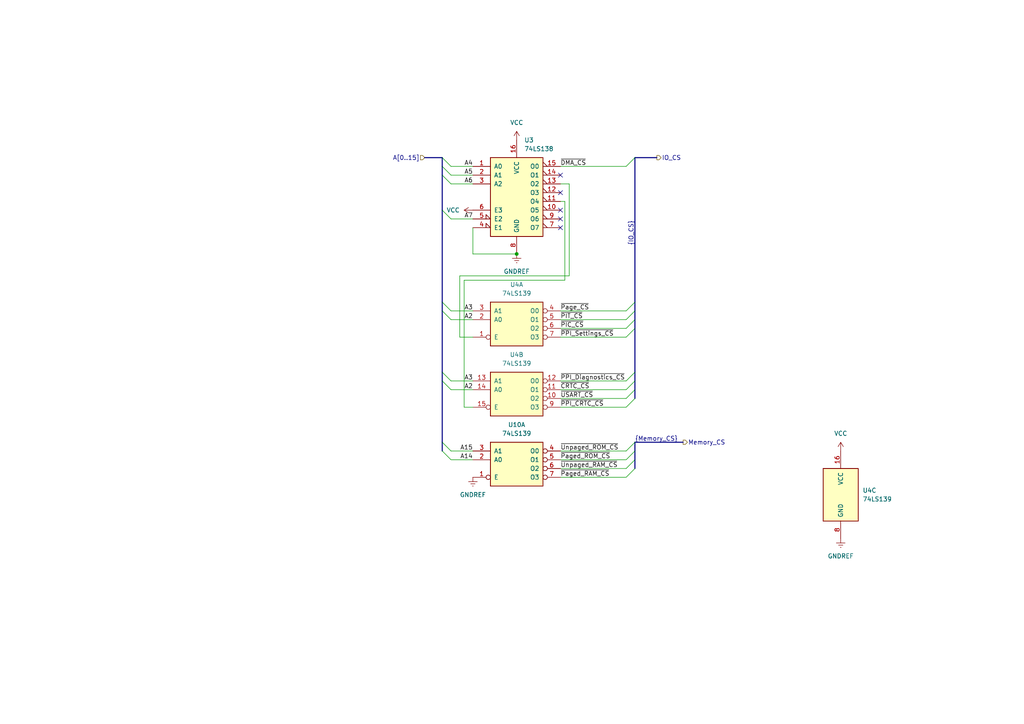
<source format=kicad_sch>
(kicad_sch (version 20231120) (generator "eeschema") (generator_version "8.0")
  (paper "A4")
  (lib_symbols
    (symbol "74xx:74LS138" (pin_names (offset 1.016))
      (property "Reference" "U" (at -7.62 11.43 0))
      (property "Value" "74LS138" (at -7.62 -13.97 0))
      (symbol "74LS138_1_0"
        (pin input line (at -12.7 7.62 0) (length 5.08) (name "A0") (number "1"))
        (pin output output_low (at 12.7 -5.08 180) (length 5.08) (name "O5") (number "10"))
        (pin output output_low (at 12.7 -2.54 180) (length 5.08) (name "O4") (number "11"))
        (pin output output_low (at 12.7 0 180) (length 5.08) (name "O3") (number "12"))
        (pin output output_low (at 12.7 2.54 180) (length 5.08) (name "O2") (number "13"))
        (pin output output_low (at 12.7 5.08 180) (length 5.08) (name "O1") (number "14"))
        (pin output output_low (at 12.7 7.62 180) (length 5.08) (name "O0") (number "15"))
        (pin power_in line (at 0 15.24 270) (length 5.08) (name "VCC") (number "16"))
        (pin input line (at -12.7 5.08 0) (length 5.08) (name "A1") (number "2"))
        (pin input line (at -12.7 2.54 0) (length 5.08) (name "A2") (number "3"))
        (pin input input_low (at -12.7 -10.16 0) (length 5.08) (name "E1") (number "4"))
        (pin input input_low (at -12.7 -7.62 0) (length 5.08) (name "E2") (number "5"))
        (pin input line (at -12.7 -5.08 0) (length 5.08) (name "E3") (number "6"))
        (pin output output_low (at 12.7 -10.16 180) (length 5.08) (name "O7") (number "7"))
        (pin power_in line (at 0 -17.78 90) (length 5.08) (name "GND") (number "8"))
        (pin output output_low (at 12.7 -7.62 180) (length 5.08) (name "O6") (number "9"))
      )
      (symbol "74LS138_1_1"
        (rectangle (start -7.62 10.16) (end 7.62 -12.7) (stroke (width 0.254)) (fill (type background)))
      )
    )
    (symbol "74xx:74LS139" (pin_names (offset 1.016))
      (property "Reference" "U" (at -7.62 8.89 0))
      (property "Value" "74LS139" (at -7.62 -8.89 0))
      (symbol "74LS139_1_0"
        (pin input inverted (at -12.7 -5.08 0) (length 5.08) (name "E") (number "1"))
        (pin input line (at -12.7 0 0) (length 5.08) (name "A0") (number "2"))
        (pin input line (at -12.7 2.54 0) (length 5.08) (name "A1") (number "3"))
        (pin output inverted (at 12.7 2.54 180) (length 5.08) (name "O0") (number "4"))
        (pin output inverted (at 12.7 0 180) (length 5.08) (name "O1") (number "5"))
        (pin output inverted (at 12.7 -2.54 180) (length 5.08) (name "O2") (number "6"))
        (pin output inverted (at 12.7 -5.08 180) (length 5.08) (name "O3") (number "7"))
      )
      (symbol "74LS139_1_1"
        (rectangle (start -7.62 5.08) (end 7.62 -7.62) (stroke (width 0.254)) (fill (type background)))
      )
      (symbol "74LS139_2_0"
        (pin output inverted (at 12.7 -2.54 180) (length 5.08) (name "O2") (number "10"))
        (pin output inverted (at 12.7 0 180) (length 5.08) (name "O1") (number "11"))
        (pin output inverted (at 12.7 2.54 180) (length 5.08) (name "O0") (number "12"))
        (pin input line (at -12.7 2.54 0) (length 5.08) (name "A1") (number "13"))
        (pin input line (at -12.7 0 0) (length 5.08) (name "A0") (number "14"))
        (pin input inverted (at -12.7 -5.08 0) (length 5.08) (name "E") (number "15"))
        (pin output inverted (at 12.7 -5.08 180) (length 5.08) (name "O3") (number "9"))
      )
      (symbol "74LS139_2_1"
        (rectangle (start -7.62 5.08) (end 7.62 -7.62) (stroke (width 0.254)) (fill (type background)))
      )
      (symbol "74LS139_3_0"
        (pin power_in line (at 0 12.7 270) (length 5.08) (name "VCC") (number "16"))
        (pin power_in line (at 0 -12.7 90) (length 5.08) (name "GND") (number "8"))
      )
      (symbol "74LS139_3_1"
        (rectangle (start -5.08 7.62) (end 5.08 -7.62) (stroke (width 0.254)) (fill (type background)))
      )
    )
    (symbol "power:GNDREF" (power) (pin_numbers hide) (pin_names (offset 0) hide)
      (property "Value" "GNDREF" (at 0 -3.81 0))
      (symbol "GNDREF_0_1"
        (polyline (pts (xy -0.635 -1.905) (xy 0.635 -1.905)))
        (polyline (pts (xy -0.127 -2.54) (xy 0.127 -2.54)))
        (polyline (pts (xy 0 -1.27) (xy 0 0)))
        (polyline (pts (xy 1.27 -1.27) (xy -1.27 -1.27)))
      )
      (symbol "GNDREF_1_1"
        (pin power_in line (at 0 0 270) (length 0) (name "~") (number "1"))
      )
    )
    (symbol "power:VCC" (power) (pin_numbers hide) (pin_names (offset 0) hide)
      (property "Value" "VCC" (at 0 3.556 0))
      (symbol "VCC_0_1"
        (polyline (pts (xy -0.762 1.27) (xy 0 2.54)))
        (polyline (pts (xy 0 0) (xy 0 2.54)))
        (polyline (pts (xy 0 2.54) (xy 0.762 1.27)))
      )
      (symbol "VCC_1_1"
        (pin power_in line (at 0 0 90) (length 0) (name "~") (number "1"))
      )
    )
  )
  (junction (at 149.86 73.66))
  (no_connect (at 162.56 50.8))
  (no_connect (at 162.56 60.96))
  (no_connect (at 162.56 66.04))
  (no_connect (at 162.56 55.88))
  (no_connect (at 162.56 63.5))
  (bus_entry (at 128.27 107.95) (size 2.54 2.54))
  (bus_entry (at 181.61 115.57) (size 2.54 -2.54))
  (bus_entry (at 128.27 60.96) (size 2.54 2.54))
  (bus_entry (at 181.61 113.03) (size 2.54 -2.54))
  (bus_entry (at 181.61 130.81) (size 2.54 -2.54))
  (bus_entry (at 181.61 95.25) (size 2.54 -2.54))
  (bus_entry (at 181.61 48.26) (size 2.54 -2.54))
  (bus_entry (at 181.61 92.71) (size 2.54 -2.54))
  (bus_entry (at 181.61 135.89) (size 2.54 -2.54))
  (bus_entry (at 128.27 128.27) (size 2.54 2.54))
  (bus_entry (at 128.27 110.49) (size 2.54 2.54))
  (bus_entry (at 128.27 50.8) (size 2.54 2.54))
  (bus_entry (at 128.27 130.81) (size 2.54 2.54))
  (bus_entry (at 128.27 90.17) (size 2.54 2.54))
  (bus_entry (at 181.61 118.11) (size 2.54 -2.54))
  (bus_entry (at 181.61 90.17) (size 2.54 -2.54))
  (bus_entry (at 128.27 45.72) (size 2.54 2.54))
  (bus_entry (at 181.61 138.43) (size 2.54 -2.54))
  (bus_entry (at 128.27 87.63) (size 2.54 2.54))
  (bus_entry (at 181.61 133.35) (size 2.54 -2.54))
  (bus_entry (at 181.61 97.79) (size 2.54 -2.54))
  (bus_entry (at 128.27 48.26) (size 2.54 2.54))
  (bus_entry (at 181.61 110.49) (size 2.54 -2.54))
  (bus (pts (xy 184.15 133.35) (xy 184.15 130.81)))
  (bus (pts (xy 128.27 90.17) (xy 128.27 107.95)))
  (wire (pts (xy 137.16 66.04) (xy 137.16 73.66)))
  (wire (pts (xy 162.56 110.49) (xy 181.61 110.49)))
  (bus (pts (xy 128.27 45.72) (xy 128.27 48.26)))
  (wire (pts (xy 162.56 90.17) (xy 181.61 90.17)))
  (bus (pts (xy 128.27 128.27) (xy 128.27 130.81)))
  (bus (pts (xy 184.15 110.49) (xy 184.15 107.95)))
  (wire (pts (xy 130.81 90.17) (xy 137.16 90.17)))
  (wire (pts (xy 163.83 58.42) (xy 162.56 58.42)))
  (wire (pts (xy 162.56 135.89) (xy 181.61 135.89)))
  (wire (pts (xy 130.81 130.81) (xy 137.16 130.81)))
  (bus (pts (xy 184.15 128.27) (xy 198.12 128.27)))
  (wire (pts (xy 137.16 118.11) (xy 134.62 118.11)))
  (wire (pts (xy 133.35 97.79) (xy 133.35 80.01)))
  (wire (pts (xy 134.62 81.28) (xy 163.83 81.28)))
  (wire (pts (xy 165.1 80.01) (xy 165.1 53.34)))
  (bus (pts (xy 184.15 45.72) (xy 190.5 45.72)))
  (wire (pts (xy 130.81 48.26) (xy 137.16 48.26)))
  (wire (pts (xy 130.81 92.71) (xy 137.16 92.71)))
  (bus (pts (xy 128.27 60.96) (xy 128.27 87.63)))
  (bus (pts (xy 123.19 45.72) (xy 128.27 45.72)))
  (bus (pts (xy 184.15 95.25) (xy 184.15 92.71)))
  (wire (pts (xy 130.81 50.8) (xy 137.16 50.8)))
  (bus (pts (xy 184.15 90.17) (xy 184.15 87.63)))
  (wire (pts (xy 162.56 133.35) (xy 181.61 133.35)))
  (wire (pts (xy 162.56 97.79) (xy 181.61 97.79)))
  (wire (pts (xy 134.62 118.11) (xy 134.62 81.28)))
  (wire (pts (xy 137.16 73.66) (xy 149.86 73.66)))
  (wire (pts (xy 163.83 81.28) (xy 163.83 58.42)))
  (bus (pts (xy 184.15 92.71) (xy 184.15 90.17)))
  (bus (pts (xy 184.15 107.95) (xy 184.15 95.25)))
  (wire (pts (xy 162.56 95.25) (xy 181.61 95.25)))
  (wire (pts (xy 130.81 113.03) (xy 137.16 113.03)))
  (wire (pts (xy 130.81 53.34) (xy 137.16 53.34)))
  (bus (pts (xy 128.27 107.95) (xy 128.27 110.49)))
  (wire (pts (xy 162.56 48.26) (xy 181.61 48.26)))
  (bus (pts (xy 128.27 48.26) (xy 128.27 50.8)))
  (wire (pts (xy 133.35 80.01) (xy 165.1 80.01)))
  (bus (pts (xy 184.15 113.03) (xy 184.15 110.49)))
  (wire (pts (xy 130.81 63.5) (xy 137.16 63.5)))
  (bus (pts (xy 184.15 87.63) (xy 184.15 45.72)))
  (wire (pts (xy 162.56 118.11) (xy 181.61 118.11)))
  (wire (pts (xy 165.1 53.34) (xy 162.56 53.34)))
  (bus (pts (xy 184.15 115.57) (xy 184.15 113.03)))
  (wire (pts (xy 137.16 97.79) (xy 133.35 97.79)))
  (wire (pts (xy 162.56 92.71) (xy 181.61 92.71)))
  (bus (pts (xy 184.15 130.81) (xy 184.15 128.27)))
  (wire (pts (xy 130.81 110.49) (xy 137.16 110.49)))
  (bus (pts (xy 184.15 135.89) (xy 184.15 133.35)))
  (bus (pts (xy 128.27 50.8) (xy 128.27 60.96)))
  (wire (pts (xy 162.56 115.57) (xy 181.61 115.57)))
  (bus (pts (xy 128.27 87.63) (xy 128.27 90.17)))
  (wire (pts (xy 162.56 113.03) (xy 181.61 113.03)))
  (bus (pts (xy 128.27 110.49) (xy 128.27 128.27)))
  (wire (pts (xy 162.56 130.81) (xy 181.61 130.81)))
  (wire (pts (xy 130.81 133.35) (xy 137.16 133.35)))
  (wire (pts (xy 162.56 138.43) (xy 181.61 138.43)))
  (label "~{USART_CS}" (at 162.56 115.57 0))
  (label "A7" (at 137.16 63.5 180))
  (label "~{PPI_Diagnostics_CS}" (at 162.56 110.49 0))
  (label "~{PPI_Settings_CS}" (at 162.56 97.79 0))
  (label "A3" (at 137.16 90.17 180))
  (label "A2" (at 137.16 92.71 180))
  (label "~{Paged_RAM_CS}" (at 162.56 138.43 0))
  (label "{IO_CS}" (at 184.15 71.12 90))
  (label "A5" (at 137.16 50.8 180))
  (label "~{PPI_CRTC_CS}" (at 162.56 118.11 0))
  (label "~{Paged_ROM_CS}" (at 162.56 133.35 0))
  (label "~{Unpaged_RAM_CS}" (at 162.56 135.89 0))
  (label "~{CRTC_CS}" (at 162.56 113.03 0))
  (label "~{PIC_CS}" (at 162.56 95.25 0))
  (label "~{Page_CS}" (at 162.56 90.17 0))
  (label "{Memory_CS}" (at 184.15 128.27 0))
  (label "~{DMA_CS}" (at 162.56 48.26 0))
  (label "A2" (at 137.16 113.03 180))
  (label "A15" (at 137.16 130.81 180))
  (label "A14" (at 137.16 133.35 180))
  (label "A4" (at 137.16 48.26 180))
  (label "A3" (at 137.16 110.49 180))
  (label "~{Unpaged_ROM_CS}" (at 162.56 130.81 0))
  (label "A6" (at 137.16 53.34 180))
  (label "~{PIT_CS}" (at 162.56 92.71 0))
  (hierarchical_label "A[0..15]" (shape input) (at 123.19 45.72 180))
  (hierarchical_label "Memory_CS" (shape output) (at 198.12 128.27 0))
  (hierarchical_label "IO_CS" (shape output) (at 190.5 45.72 0))
  (symbol (lib_id "74xx:74LS139") (at 243.84 143.51 0) (unit 3)
    (property "Reference" "U4" (at 250.19 142.2399 0) (effects (justify left)))
    (property "Value" "74LS139" (at 250.19 144.7799 0) (effects (justify left)))
    (property "Datasheet" "http://www.ti.com/lit/ds/symlink/sn74ls139a.pdf" (effects (hide yes)))
    (property "Description" "Dual Decoder 1 of 4, Active low outputs" (effects (hide yes)))
  )
  (symbol (lib_id "power:GNDREF") (at 243.84 156.21 0) (unit 1)
    (property "Reference" "#PWR015" (effects (hide yes)))
    (property "Value" "GNDREF" (at 243.84 161.29 0))
    (property "Description" "Power symbol creates a global label with name \"GNDREF\" , reference supply ground" (effects (hide yes)))
  )
  (symbol (lib_id "74xx:74LS139") (at 149.86 113.03 0) (unit 2)
    (property "Reference" "U4" (at 149.86 102.87 0))
    (property "Value" "74LS139" (at 149.86 105.41 0))
    (property "Datasheet" "http://www.ti.com/lit/ds/symlink/sn74ls139a.pdf" (effects (hide yes)))
    (property "Description" "Dual Decoder 1 of 4, Active low outputs" (effects (hide yes)))
  )
  (symbol (lib_id "74xx:74LS139") (at 149.86 133.35 0) (unit 1)
    (property "Reference" "U10" (at 149.86 123.19 0))
    (property "Value" "74LS139" (at 149.86 125.73 0))
    (property "Datasheet" "http://www.ti.com/lit/ds/symlink/sn74ls139a.pdf" (effects (hide yes)))
    (property "Description" "Dual Decoder 1 of 4, Active low outputs" (effects (hide yes)))
  )
  (symbol (lib_id "74xx:74LS139") (at 149.86 92.71 0) (unit 1)
    (property "Reference" "U4" (at 149.86 82.55 0))
    (property "Value" "74LS139" (at 149.86 85.09 0))
    (property "Datasheet" "http://www.ti.com/lit/ds/symlink/sn74ls139a.pdf" (effects (hide yes)))
    (property "Description" "Dual Decoder 1 of 4, Active low outputs" (effects (hide yes)))
  )
  (symbol (lib_id "power:VCC") (at 149.86 40.64 0) (unit 1)
    (property "Reference" "#PWR012" (effects (hide yes)))
    (property "Value" "VCC" (at 149.86 35.56 0))
    (property "Description" "Power symbol creates a global label with name \"VCC\"" (effects (hide yes)))
  )
  (symbol (lib_id "74xx:74LS138") (at 149.86 55.88 0) (unit 1)
    (property "Reference" "U3" (at 152.0541 40.64 0) (effects (justify left)))
    (property "Value" "74LS138" (at 152.0541 43.18 0) (effects (justify left)))
    (property "Datasheet" "http://www.ti.com/lit/gpn/sn74LS138" (effects (hide yes)))
    (property "Description" "Decoder 3 to 8 active low outputs" (effects (hide yes)))
  )
  (symbol (lib_id "power:GNDREF") (at 149.86 73.66 0) (unit 1)
    (property "Reference" "#PWR011" (effects (hide yes)))
    (property "Value" "GNDREF" (at 149.86 78.74 0))
    (property "Description" "Power symbol creates a global label with name \"GNDREF\" , reference supply ground" (effects (hide yes)))
  )
  (symbol (lib_id "power:GNDREF") (at 137.16 138.43 0) (unit 1)
    (property "Reference" "#PWR016" (effects (hide yes)))
    (property "Value" "GNDREF" (at 137.16 143.51 0))
    (property "Description" "Power symbol creates a global label with name \"GNDREF\" , reference supply ground" (effects (hide yes)))
  )
  (symbol (lib_id "power:VCC") (at 137.16 60.96 90) (unit 1)
    (property "Reference" "#PWR013" (effects (hide yes)))
    (property "Value" "VCC" (at 133.35 60.9599 90) (effects (justify left)))
    (property "Description" "Power symbol creates a global label with name \"VCC\"" (effects (hide yes)))
  )
  (symbol (lib_id "power:VCC") (at 243.84 130.81 0) (unit 1)
    (property "Reference" "#PWR014" (effects (hide yes)))
    (property "Value" "VCC" (at 243.84 125.73 0))
    (property "Description" "Power symbol creates a global label with name \"VCC\"" (effects (hide yes)))
  )
)
</source>
